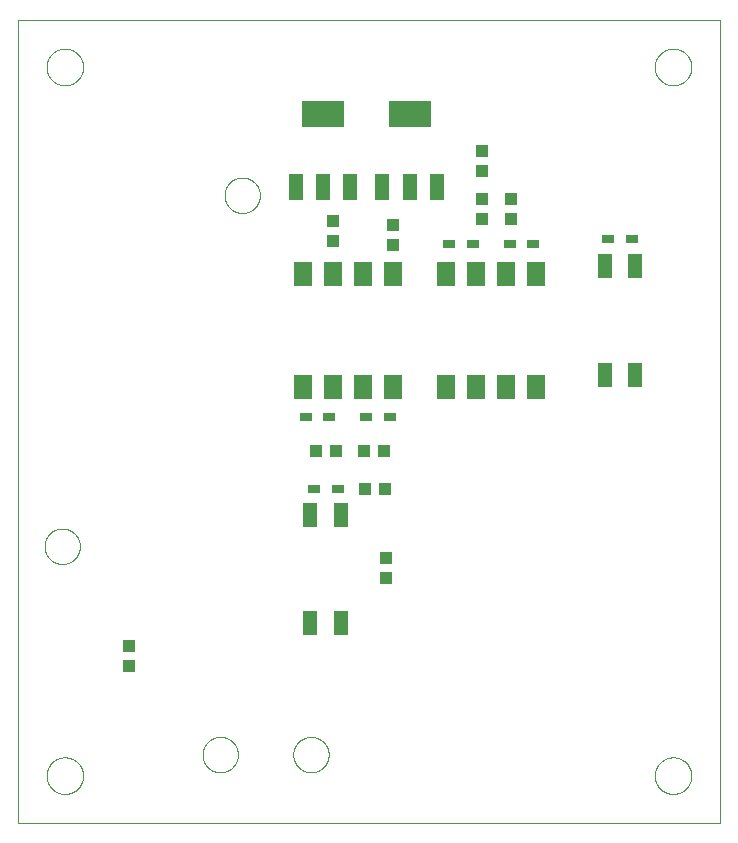
<source format=gtp>
G75*
%MOIN*%
%OFA0B0*%
%FSLAX25Y25*%
%IPPOS*%
%LPD*%
%AMOC8*
5,1,8,0,0,1.08239X$1,22.5*
%
%ADD10C,0.00000*%
%ADD11R,0.03937X0.03150*%
%ADD12R,0.04800X0.08800*%
%ADD13R,0.14173X0.08661*%
%ADD14R,0.05118X0.07874*%
%ADD15R,0.04331X0.03937*%
%ADD16R,0.06299X0.07874*%
%ADD17R,0.03937X0.04331*%
D10*
X0001500Y0001500D02*
X0001500Y0269217D01*
X0235752Y0269217D01*
X0235752Y0001500D01*
X0001500Y0001500D01*
X0011146Y0017248D02*
X0011148Y0017404D01*
X0011154Y0017560D01*
X0011164Y0017715D01*
X0011178Y0017870D01*
X0011196Y0018025D01*
X0011218Y0018179D01*
X0011243Y0018333D01*
X0011273Y0018486D01*
X0011307Y0018638D01*
X0011344Y0018790D01*
X0011385Y0018940D01*
X0011430Y0019089D01*
X0011479Y0019237D01*
X0011532Y0019384D01*
X0011588Y0019529D01*
X0011648Y0019673D01*
X0011712Y0019815D01*
X0011780Y0019956D01*
X0011851Y0020094D01*
X0011925Y0020231D01*
X0012003Y0020366D01*
X0012084Y0020499D01*
X0012169Y0020630D01*
X0012257Y0020759D01*
X0012348Y0020885D01*
X0012443Y0021009D01*
X0012540Y0021130D01*
X0012641Y0021249D01*
X0012745Y0021366D01*
X0012851Y0021479D01*
X0012961Y0021590D01*
X0013073Y0021698D01*
X0013188Y0021803D01*
X0013306Y0021906D01*
X0013426Y0022005D01*
X0013549Y0022101D01*
X0013674Y0022194D01*
X0013801Y0022283D01*
X0013931Y0022370D01*
X0014063Y0022453D01*
X0014197Y0022532D01*
X0014333Y0022609D01*
X0014471Y0022681D01*
X0014610Y0022751D01*
X0014752Y0022816D01*
X0014895Y0022878D01*
X0015039Y0022936D01*
X0015185Y0022991D01*
X0015333Y0023042D01*
X0015481Y0023089D01*
X0015631Y0023132D01*
X0015782Y0023171D01*
X0015934Y0023207D01*
X0016086Y0023238D01*
X0016240Y0023266D01*
X0016394Y0023290D01*
X0016548Y0023310D01*
X0016703Y0023326D01*
X0016859Y0023338D01*
X0017014Y0023346D01*
X0017170Y0023350D01*
X0017326Y0023350D01*
X0017482Y0023346D01*
X0017637Y0023338D01*
X0017793Y0023326D01*
X0017948Y0023310D01*
X0018102Y0023290D01*
X0018256Y0023266D01*
X0018410Y0023238D01*
X0018562Y0023207D01*
X0018714Y0023171D01*
X0018865Y0023132D01*
X0019015Y0023089D01*
X0019163Y0023042D01*
X0019311Y0022991D01*
X0019457Y0022936D01*
X0019601Y0022878D01*
X0019744Y0022816D01*
X0019886Y0022751D01*
X0020025Y0022681D01*
X0020163Y0022609D01*
X0020299Y0022532D01*
X0020433Y0022453D01*
X0020565Y0022370D01*
X0020695Y0022283D01*
X0020822Y0022194D01*
X0020947Y0022101D01*
X0021070Y0022005D01*
X0021190Y0021906D01*
X0021308Y0021803D01*
X0021423Y0021698D01*
X0021535Y0021590D01*
X0021645Y0021479D01*
X0021751Y0021366D01*
X0021855Y0021249D01*
X0021956Y0021130D01*
X0022053Y0021009D01*
X0022148Y0020885D01*
X0022239Y0020759D01*
X0022327Y0020630D01*
X0022412Y0020499D01*
X0022493Y0020366D01*
X0022571Y0020231D01*
X0022645Y0020094D01*
X0022716Y0019956D01*
X0022784Y0019815D01*
X0022848Y0019673D01*
X0022908Y0019529D01*
X0022964Y0019384D01*
X0023017Y0019237D01*
X0023066Y0019089D01*
X0023111Y0018940D01*
X0023152Y0018790D01*
X0023189Y0018638D01*
X0023223Y0018486D01*
X0023253Y0018333D01*
X0023278Y0018179D01*
X0023300Y0018025D01*
X0023318Y0017870D01*
X0023332Y0017715D01*
X0023342Y0017560D01*
X0023348Y0017404D01*
X0023350Y0017248D01*
X0023348Y0017092D01*
X0023342Y0016936D01*
X0023332Y0016781D01*
X0023318Y0016626D01*
X0023300Y0016471D01*
X0023278Y0016317D01*
X0023253Y0016163D01*
X0023223Y0016010D01*
X0023189Y0015858D01*
X0023152Y0015706D01*
X0023111Y0015556D01*
X0023066Y0015407D01*
X0023017Y0015259D01*
X0022964Y0015112D01*
X0022908Y0014967D01*
X0022848Y0014823D01*
X0022784Y0014681D01*
X0022716Y0014540D01*
X0022645Y0014402D01*
X0022571Y0014265D01*
X0022493Y0014130D01*
X0022412Y0013997D01*
X0022327Y0013866D01*
X0022239Y0013737D01*
X0022148Y0013611D01*
X0022053Y0013487D01*
X0021956Y0013366D01*
X0021855Y0013247D01*
X0021751Y0013130D01*
X0021645Y0013017D01*
X0021535Y0012906D01*
X0021423Y0012798D01*
X0021308Y0012693D01*
X0021190Y0012590D01*
X0021070Y0012491D01*
X0020947Y0012395D01*
X0020822Y0012302D01*
X0020695Y0012213D01*
X0020565Y0012126D01*
X0020433Y0012043D01*
X0020299Y0011964D01*
X0020163Y0011887D01*
X0020025Y0011815D01*
X0019886Y0011745D01*
X0019744Y0011680D01*
X0019601Y0011618D01*
X0019457Y0011560D01*
X0019311Y0011505D01*
X0019163Y0011454D01*
X0019015Y0011407D01*
X0018865Y0011364D01*
X0018714Y0011325D01*
X0018562Y0011289D01*
X0018410Y0011258D01*
X0018256Y0011230D01*
X0018102Y0011206D01*
X0017948Y0011186D01*
X0017793Y0011170D01*
X0017637Y0011158D01*
X0017482Y0011150D01*
X0017326Y0011146D01*
X0017170Y0011146D01*
X0017014Y0011150D01*
X0016859Y0011158D01*
X0016703Y0011170D01*
X0016548Y0011186D01*
X0016394Y0011206D01*
X0016240Y0011230D01*
X0016086Y0011258D01*
X0015934Y0011289D01*
X0015782Y0011325D01*
X0015631Y0011364D01*
X0015481Y0011407D01*
X0015333Y0011454D01*
X0015185Y0011505D01*
X0015039Y0011560D01*
X0014895Y0011618D01*
X0014752Y0011680D01*
X0014610Y0011745D01*
X0014471Y0011815D01*
X0014333Y0011887D01*
X0014197Y0011964D01*
X0014063Y0012043D01*
X0013931Y0012126D01*
X0013801Y0012213D01*
X0013674Y0012302D01*
X0013549Y0012395D01*
X0013426Y0012491D01*
X0013306Y0012590D01*
X0013188Y0012693D01*
X0013073Y0012798D01*
X0012961Y0012906D01*
X0012851Y0013017D01*
X0012745Y0013130D01*
X0012641Y0013247D01*
X0012540Y0013366D01*
X0012443Y0013487D01*
X0012348Y0013611D01*
X0012257Y0013737D01*
X0012169Y0013866D01*
X0012084Y0013997D01*
X0012003Y0014130D01*
X0011925Y0014265D01*
X0011851Y0014402D01*
X0011780Y0014540D01*
X0011712Y0014681D01*
X0011648Y0014823D01*
X0011588Y0014967D01*
X0011532Y0015112D01*
X0011479Y0015259D01*
X0011430Y0015407D01*
X0011385Y0015556D01*
X0011344Y0015706D01*
X0011307Y0015858D01*
X0011273Y0016010D01*
X0011243Y0016163D01*
X0011218Y0016317D01*
X0011196Y0016471D01*
X0011178Y0016626D01*
X0011164Y0016781D01*
X0011154Y0016936D01*
X0011148Y0017092D01*
X0011146Y0017248D01*
X0063153Y0024256D02*
X0063155Y0024409D01*
X0063161Y0024563D01*
X0063171Y0024716D01*
X0063185Y0024868D01*
X0063203Y0025021D01*
X0063225Y0025172D01*
X0063250Y0025323D01*
X0063280Y0025474D01*
X0063314Y0025624D01*
X0063351Y0025772D01*
X0063392Y0025920D01*
X0063437Y0026066D01*
X0063486Y0026212D01*
X0063539Y0026356D01*
X0063595Y0026498D01*
X0063655Y0026639D01*
X0063719Y0026779D01*
X0063786Y0026917D01*
X0063857Y0027053D01*
X0063932Y0027187D01*
X0064009Y0027319D01*
X0064091Y0027449D01*
X0064175Y0027577D01*
X0064263Y0027703D01*
X0064354Y0027826D01*
X0064448Y0027947D01*
X0064546Y0028065D01*
X0064646Y0028181D01*
X0064750Y0028294D01*
X0064856Y0028405D01*
X0064965Y0028513D01*
X0065077Y0028618D01*
X0065191Y0028719D01*
X0065309Y0028818D01*
X0065428Y0028914D01*
X0065550Y0029007D01*
X0065675Y0029096D01*
X0065802Y0029183D01*
X0065931Y0029265D01*
X0066062Y0029345D01*
X0066195Y0029421D01*
X0066330Y0029494D01*
X0066467Y0029563D01*
X0066606Y0029628D01*
X0066746Y0029690D01*
X0066888Y0029748D01*
X0067031Y0029803D01*
X0067176Y0029854D01*
X0067322Y0029901D01*
X0067469Y0029944D01*
X0067617Y0029983D01*
X0067766Y0030019D01*
X0067916Y0030050D01*
X0068067Y0030078D01*
X0068218Y0030102D01*
X0068371Y0030122D01*
X0068523Y0030138D01*
X0068676Y0030150D01*
X0068829Y0030158D01*
X0068982Y0030162D01*
X0069136Y0030162D01*
X0069289Y0030158D01*
X0069442Y0030150D01*
X0069595Y0030138D01*
X0069747Y0030122D01*
X0069900Y0030102D01*
X0070051Y0030078D01*
X0070202Y0030050D01*
X0070352Y0030019D01*
X0070501Y0029983D01*
X0070649Y0029944D01*
X0070796Y0029901D01*
X0070942Y0029854D01*
X0071087Y0029803D01*
X0071230Y0029748D01*
X0071372Y0029690D01*
X0071512Y0029628D01*
X0071651Y0029563D01*
X0071788Y0029494D01*
X0071923Y0029421D01*
X0072056Y0029345D01*
X0072187Y0029265D01*
X0072316Y0029183D01*
X0072443Y0029096D01*
X0072568Y0029007D01*
X0072690Y0028914D01*
X0072809Y0028818D01*
X0072927Y0028719D01*
X0073041Y0028618D01*
X0073153Y0028513D01*
X0073262Y0028405D01*
X0073368Y0028294D01*
X0073472Y0028181D01*
X0073572Y0028065D01*
X0073670Y0027947D01*
X0073764Y0027826D01*
X0073855Y0027703D01*
X0073943Y0027577D01*
X0074027Y0027449D01*
X0074109Y0027319D01*
X0074186Y0027187D01*
X0074261Y0027053D01*
X0074332Y0026917D01*
X0074399Y0026779D01*
X0074463Y0026639D01*
X0074523Y0026498D01*
X0074579Y0026356D01*
X0074632Y0026212D01*
X0074681Y0026066D01*
X0074726Y0025920D01*
X0074767Y0025772D01*
X0074804Y0025624D01*
X0074838Y0025474D01*
X0074868Y0025323D01*
X0074893Y0025172D01*
X0074915Y0025021D01*
X0074933Y0024868D01*
X0074947Y0024716D01*
X0074957Y0024563D01*
X0074963Y0024409D01*
X0074965Y0024256D01*
X0074963Y0024103D01*
X0074957Y0023949D01*
X0074947Y0023796D01*
X0074933Y0023644D01*
X0074915Y0023491D01*
X0074893Y0023340D01*
X0074868Y0023189D01*
X0074838Y0023038D01*
X0074804Y0022888D01*
X0074767Y0022740D01*
X0074726Y0022592D01*
X0074681Y0022446D01*
X0074632Y0022300D01*
X0074579Y0022156D01*
X0074523Y0022014D01*
X0074463Y0021873D01*
X0074399Y0021733D01*
X0074332Y0021595D01*
X0074261Y0021459D01*
X0074186Y0021325D01*
X0074109Y0021193D01*
X0074027Y0021063D01*
X0073943Y0020935D01*
X0073855Y0020809D01*
X0073764Y0020686D01*
X0073670Y0020565D01*
X0073572Y0020447D01*
X0073472Y0020331D01*
X0073368Y0020218D01*
X0073262Y0020107D01*
X0073153Y0019999D01*
X0073041Y0019894D01*
X0072927Y0019793D01*
X0072809Y0019694D01*
X0072690Y0019598D01*
X0072568Y0019505D01*
X0072443Y0019416D01*
X0072316Y0019329D01*
X0072187Y0019247D01*
X0072056Y0019167D01*
X0071923Y0019091D01*
X0071788Y0019018D01*
X0071651Y0018949D01*
X0071512Y0018884D01*
X0071372Y0018822D01*
X0071230Y0018764D01*
X0071087Y0018709D01*
X0070942Y0018658D01*
X0070796Y0018611D01*
X0070649Y0018568D01*
X0070501Y0018529D01*
X0070352Y0018493D01*
X0070202Y0018462D01*
X0070051Y0018434D01*
X0069900Y0018410D01*
X0069747Y0018390D01*
X0069595Y0018374D01*
X0069442Y0018362D01*
X0069289Y0018354D01*
X0069136Y0018350D01*
X0068982Y0018350D01*
X0068829Y0018354D01*
X0068676Y0018362D01*
X0068523Y0018374D01*
X0068371Y0018390D01*
X0068218Y0018410D01*
X0068067Y0018434D01*
X0067916Y0018462D01*
X0067766Y0018493D01*
X0067617Y0018529D01*
X0067469Y0018568D01*
X0067322Y0018611D01*
X0067176Y0018658D01*
X0067031Y0018709D01*
X0066888Y0018764D01*
X0066746Y0018822D01*
X0066606Y0018884D01*
X0066467Y0018949D01*
X0066330Y0019018D01*
X0066195Y0019091D01*
X0066062Y0019167D01*
X0065931Y0019247D01*
X0065802Y0019329D01*
X0065675Y0019416D01*
X0065550Y0019505D01*
X0065428Y0019598D01*
X0065309Y0019694D01*
X0065191Y0019793D01*
X0065077Y0019894D01*
X0064965Y0019999D01*
X0064856Y0020107D01*
X0064750Y0020218D01*
X0064646Y0020331D01*
X0064546Y0020447D01*
X0064448Y0020565D01*
X0064354Y0020686D01*
X0064263Y0020809D01*
X0064175Y0020935D01*
X0064091Y0021063D01*
X0064009Y0021193D01*
X0063932Y0021325D01*
X0063857Y0021459D01*
X0063786Y0021595D01*
X0063719Y0021733D01*
X0063655Y0021873D01*
X0063595Y0022014D01*
X0063539Y0022156D01*
X0063486Y0022300D01*
X0063437Y0022446D01*
X0063392Y0022592D01*
X0063351Y0022740D01*
X0063314Y0022888D01*
X0063280Y0023038D01*
X0063250Y0023189D01*
X0063225Y0023340D01*
X0063203Y0023491D01*
X0063185Y0023644D01*
X0063171Y0023796D01*
X0063161Y0023949D01*
X0063155Y0024103D01*
X0063153Y0024256D01*
X0093389Y0024256D02*
X0093391Y0024409D01*
X0093397Y0024563D01*
X0093407Y0024716D01*
X0093421Y0024868D01*
X0093439Y0025021D01*
X0093461Y0025172D01*
X0093486Y0025323D01*
X0093516Y0025474D01*
X0093550Y0025624D01*
X0093587Y0025772D01*
X0093628Y0025920D01*
X0093673Y0026066D01*
X0093722Y0026212D01*
X0093775Y0026356D01*
X0093831Y0026498D01*
X0093891Y0026639D01*
X0093955Y0026779D01*
X0094022Y0026917D01*
X0094093Y0027053D01*
X0094168Y0027187D01*
X0094245Y0027319D01*
X0094327Y0027449D01*
X0094411Y0027577D01*
X0094499Y0027703D01*
X0094590Y0027826D01*
X0094684Y0027947D01*
X0094782Y0028065D01*
X0094882Y0028181D01*
X0094986Y0028294D01*
X0095092Y0028405D01*
X0095201Y0028513D01*
X0095313Y0028618D01*
X0095427Y0028719D01*
X0095545Y0028818D01*
X0095664Y0028914D01*
X0095786Y0029007D01*
X0095911Y0029096D01*
X0096038Y0029183D01*
X0096167Y0029265D01*
X0096298Y0029345D01*
X0096431Y0029421D01*
X0096566Y0029494D01*
X0096703Y0029563D01*
X0096842Y0029628D01*
X0096982Y0029690D01*
X0097124Y0029748D01*
X0097267Y0029803D01*
X0097412Y0029854D01*
X0097558Y0029901D01*
X0097705Y0029944D01*
X0097853Y0029983D01*
X0098002Y0030019D01*
X0098152Y0030050D01*
X0098303Y0030078D01*
X0098454Y0030102D01*
X0098607Y0030122D01*
X0098759Y0030138D01*
X0098912Y0030150D01*
X0099065Y0030158D01*
X0099218Y0030162D01*
X0099372Y0030162D01*
X0099525Y0030158D01*
X0099678Y0030150D01*
X0099831Y0030138D01*
X0099983Y0030122D01*
X0100136Y0030102D01*
X0100287Y0030078D01*
X0100438Y0030050D01*
X0100588Y0030019D01*
X0100737Y0029983D01*
X0100885Y0029944D01*
X0101032Y0029901D01*
X0101178Y0029854D01*
X0101323Y0029803D01*
X0101466Y0029748D01*
X0101608Y0029690D01*
X0101748Y0029628D01*
X0101887Y0029563D01*
X0102024Y0029494D01*
X0102159Y0029421D01*
X0102292Y0029345D01*
X0102423Y0029265D01*
X0102552Y0029183D01*
X0102679Y0029096D01*
X0102804Y0029007D01*
X0102926Y0028914D01*
X0103045Y0028818D01*
X0103163Y0028719D01*
X0103277Y0028618D01*
X0103389Y0028513D01*
X0103498Y0028405D01*
X0103604Y0028294D01*
X0103708Y0028181D01*
X0103808Y0028065D01*
X0103906Y0027947D01*
X0104000Y0027826D01*
X0104091Y0027703D01*
X0104179Y0027577D01*
X0104263Y0027449D01*
X0104345Y0027319D01*
X0104422Y0027187D01*
X0104497Y0027053D01*
X0104568Y0026917D01*
X0104635Y0026779D01*
X0104699Y0026639D01*
X0104759Y0026498D01*
X0104815Y0026356D01*
X0104868Y0026212D01*
X0104917Y0026066D01*
X0104962Y0025920D01*
X0105003Y0025772D01*
X0105040Y0025624D01*
X0105074Y0025474D01*
X0105104Y0025323D01*
X0105129Y0025172D01*
X0105151Y0025021D01*
X0105169Y0024868D01*
X0105183Y0024716D01*
X0105193Y0024563D01*
X0105199Y0024409D01*
X0105201Y0024256D01*
X0105199Y0024103D01*
X0105193Y0023949D01*
X0105183Y0023796D01*
X0105169Y0023644D01*
X0105151Y0023491D01*
X0105129Y0023340D01*
X0105104Y0023189D01*
X0105074Y0023038D01*
X0105040Y0022888D01*
X0105003Y0022740D01*
X0104962Y0022592D01*
X0104917Y0022446D01*
X0104868Y0022300D01*
X0104815Y0022156D01*
X0104759Y0022014D01*
X0104699Y0021873D01*
X0104635Y0021733D01*
X0104568Y0021595D01*
X0104497Y0021459D01*
X0104422Y0021325D01*
X0104345Y0021193D01*
X0104263Y0021063D01*
X0104179Y0020935D01*
X0104091Y0020809D01*
X0104000Y0020686D01*
X0103906Y0020565D01*
X0103808Y0020447D01*
X0103708Y0020331D01*
X0103604Y0020218D01*
X0103498Y0020107D01*
X0103389Y0019999D01*
X0103277Y0019894D01*
X0103163Y0019793D01*
X0103045Y0019694D01*
X0102926Y0019598D01*
X0102804Y0019505D01*
X0102679Y0019416D01*
X0102552Y0019329D01*
X0102423Y0019247D01*
X0102292Y0019167D01*
X0102159Y0019091D01*
X0102024Y0019018D01*
X0101887Y0018949D01*
X0101748Y0018884D01*
X0101608Y0018822D01*
X0101466Y0018764D01*
X0101323Y0018709D01*
X0101178Y0018658D01*
X0101032Y0018611D01*
X0100885Y0018568D01*
X0100737Y0018529D01*
X0100588Y0018493D01*
X0100438Y0018462D01*
X0100287Y0018434D01*
X0100136Y0018410D01*
X0099983Y0018390D01*
X0099831Y0018374D01*
X0099678Y0018362D01*
X0099525Y0018354D01*
X0099372Y0018350D01*
X0099218Y0018350D01*
X0099065Y0018354D01*
X0098912Y0018362D01*
X0098759Y0018374D01*
X0098607Y0018390D01*
X0098454Y0018410D01*
X0098303Y0018434D01*
X0098152Y0018462D01*
X0098002Y0018493D01*
X0097853Y0018529D01*
X0097705Y0018568D01*
X0097558Y0018611D01*
X0097412Y0018658D01*
X0097267Y0018709D01*
X0097124Y0018764D01*
X0096982Y0018822D01*
X0096842Y0018884D01*
X0096703Y0018949D01*
X0096566Y0019018D01*
X0096431Y0019091D01*
X0096298Y0019167D01*
X0096167Y0019247D01*
X0096038Y0019329D01*
X0095911Y0019416D01*
X0095786Y0019505D01*
X0095664Y0019598D01*
X0095545Y0019694D01*
X0095427Y0019793D01*
X0095313Y0019894D01*
X0095201Y0019999D01*
X0095092Y0020107D01*
X0094986Y0020218D01*
X0094882Y0020331D01*
X0094782Y0020447D01*
X0094684Y0020565D01*
X0094590Y0020686D01*
X0094499Y0020809D01*
X0094411Y0020935D01*
X0094327Y0021063D01*
X0094245Y0021193D01*
X0094168Y0021325D01*
X0094093Y0021459D01*
X0094022Y0021595D01*
X0093955Y0021733D01*
X0093891Y0021873D01*
X0093831Y0022014D01*
X0093775Y0022156D01*
X0093722Y0022300D01*
X0093673Y0022446D01*
X0093628Y0022592D01*
X0093587Y0022740D01*
X0093550Y0022888D01*
X0093516Y0023038D01*
X0093486Y0023189D01*
X0093461Y0023340D01*
X0093439Y0023491D01*
X0093421Y0023644D01*
X0093407Y0023796D01*
X0093397Y0023949D01*
X0093391Y0024103D01*
X0093389Y0024256D01*
X0010476Y0093713D02*
X0010478Y0093866D01*
X0010484Y0094020D01*
X0010494Y0094173D01*
X0010508Y0094325D01*
X0010526Y0094478D01*
X0010548Y0094629D01*
X0010573Y0094780D01*
X0010603Y0094931D01*
X0010637Y0095081D01*
X0010674Y0095229D01*
X0010715Y0095377D01*
X0010760Y0095523D01*
X0010809Y0095669D01*
X0010862Y0095813D01*
X0010918Y0095955D01*
X0010978Y0096096D01*
X0011042Y0096236D01*
X0011109Y0096374D01*
X0011180Y0096510D01*
X0011255Y0096644D01*
X0011332Y0096776D01*
X0011414Y0096906D01*
X0011498Y0097034D01*
X0011586Y0097160D01*
X0011677Y0097283D01*
X0011771Y0097404D01*
X0011869Y0097522D01*
X0011969Y0097638D01*
X0012073Y0097751D01*
X0012179Y0097862D01*
X0012288Y0097970D01*
X0012400Y0098075D01*
X0012514Y0098176D01*
X0012632Y0098275D01*
X0012751Y0098371D01*
X0012873Y0098464D01*
X0012998Y0098553D01*
X0013125Y0098640D01*
X0013254Y0098722D01*
X0013385Y0098802D01*
X0013518Y0098878D01*
X0013653Y0098951D01*
X0013790Y0099020D01*
X0013929Y0099085D01*
X0014069Y0099147D01*
X0014211Y0099205D01*
X0014354Y0099260D01*
X0014499Y0099311D01*
X0014645Y0099358D01*
X0014792Y0099401D01*
X0014940Y0099440D01*
X0015089Y0099476D01*
X0015239Y0099507D01*
X0015390Y0099535D01*
X0015541Y0099559D01*
X0015694Y0099579D01*
X0015846Y0099595D01*
X0015999Y0099607D01*
X0016152Y0099615D01*
X0016305Y0099619D01*
X0016459Y0099619D01*
X0016612Y0099615D01*
X0016765Y0099607D01*
X0016918Y0099595D01*
X0017070Y0099579D01*
X0017223Y0099559D01*
X0017374Y0099535D01*
X0017525Y0099507D01*
X0017675Y0099476D01*
X0017824Y0099440D01*
X0017972Y0099401D01*
X0018119Y0099358D01*
X0018265Y0099311D01*
X0018410Y0099260D01*
X0018553Y0099205D01*
X0018695Y0099147D01*
X0018835Y0099085D01*
X0018974Y0099020D01*
X0019111Y0098951D01*
X0019246Y0098878D01*
X0019379Y0098802D01*
X0019510Y0098722D01*
X0019639Y0098640D01*
X0019766Y0098553D01*
X0019891Y0098464D01*
X0020013Y0098371D01*
X0020132Y0098275D01*
X0020250Y0098176D01*
X0020364Y0098075D01*
X0020476Y0097970D01*
X0020585Y0097862D01*
X0020691Y0097751D01*
X0020795Y0097638D01*
X0020895Y0097522D01*
X0020993Y0097404D01*
X0021087Y0097283D01*
X0021178Y0097160D01*
X0021266Y0097034D01*
X0021350Y0096906D01*
X0021432Y0096776D01*
X0021509Y0096644D01*
X0021584Y0096510D01*
X0021655Y0096374D01*
X0021722Y0096236D01*
X0021786Y0096096D01*
X0021846Y0095955D01*
X0021902Y0095813D01*
X0021955Y0095669D01*
X0022004Y0095523D01*
X0022049Y0095377D01*
X0022090Y0095229D01*
X0022127Y0095081D01*
X0022161Y0094931D01*
X0022191Y0094780D01*
X0022216Y0094629D01*
X0022238Y0094478D01*
X0022256Y0094325D01*
X0022270Y0094173D01*
X0022280Y0094020D01*
X0022286Y0093866D01*
X0022288Y0093713D01*
X0022286Y0093560D01*
X0022280Y0093406D01*
X0022270Y0093253D01*
X0022256Y0093101D01*
X0022238Y0092948D01*
X0022216Y0092797D01*
X0022191Y0092646D01*
X0022161Y0092495D01*
X0022127Y0092345D01*
X0022090Y0092197D01*
X0022049Y0092049D01*
X0022004Y0091903D01*
X0021955Y0091757D01*
X0021902Y0091613D01*
X0021846Y0091471D01*
X0021786Y0091330D01*
X0021722Y0091190D01*
X0021655Y0091052D01*
X0021584Y0090916D01*
X0021509Y0090782D01*
X0021432Y0090650D01*
X0021350Y0090520D01*
X0021266Y0090392D01*
X0021178Y0090266D01*
X0021087Y0090143D01*
X0020993Y0090022D01*
X0020895Y0089904D01*
X0020795Y0089788D01*
X0020691Y0089675D01*
X0020585Y0089564D01*
X0020476Y0089456D01*
X0020364Y0089351D01*
X0020250Y0089250D01*
X0020132Y0089151D01*
X0020013Y0089055D01*
X0019891Y0088962D01*
X0019766Y0088873D01*
X0019639Y0088786D01*
X0019510Y0088704D01*
X0019379Y0088624D01*
X0019246Y0088548D01*
X0019111Y0088475D01*
X0018974Y0088406D01*
X0018835Y0088341D01*
X0018695Y0088279D01*
X0018553Y0088221D01*
X0018410Y0088166D01*
X0018265Y0088115D01*
X0018119Y0088068D01*
X0017972Y0088025D01*
X0017824Y0087986D01*
X0017675Y0087950D01*
X0017525Y0087919D01*
X0017374Y0087891D01*
X0017223Y0087867D01*
X0017070Y0087847D01*
X0016918Y0087831D01*
X0016765Y0087819D01*
X0016612Y0087811D01*
X0016459Y0087807D01*
X0016305Y0087807D01*
X0016152Y0087811D01*
X0015999Y0087819D01*
X0015846Y0087831D01*
X0015694Y0087847D01*
X0015541Y0087867D01*
X0015390Y0087891D01*
X0015239Y0087919D01*
X0015089Y0087950D01*
X0014940Y0087986D01*
X0014792Y0088025D01*
X0014645Y0088068D01*
X0014499Y0088115D01*
X0014354Y0088166D01*
X0014211Y0088221D01*
X0014069Y0088279D01*
X0013929Y0088341D01*
X0013790Y0088406D01*
X0013653Y0088475D01*
X0013518Y0088548D01*
X0013385Y0088624D01*
X0013254Y0088704D01*
X0013125Y0088786D01*
X0012998Y0088873D01*
X0012873Y0088962D01*
X0012751Y0089055D01*
X0012632Y0089151D01*
X0012514Y0089250D01*
X0012400Y0089351D01*
X0012288Y0089456D01*
X0012179Y0089564D01*
X0012073Y0089675D01*
X0011969Y0089788D01*
X0011869Y0089904D01*
X0011771Y0090022D01*
X0011677Y0090143D01*
X0011586Y0090266D01*
X0011498Y0090392D01*
X0011414Y0090520D01*
X0011332Y0090650D01*
X0011255Y0090782D01*
X0011180Y0090916D01*
X0011109Y0091052D01*
X0011042Y0091190D01*
X0010978Y0091330D01*
X0010918Y0091471D01*
X0010862Y0091613D01*
X0010809Y0091757D01*
X0010760Y0091903D01*
X0010715Y0092049D01*
X0010674Y0092197D01*
X0010637Y0092345D01*
X0010603Y0092495D01*
X0010573Y0092646D01*
X0010548Y0092797D01*
X0010526Y0092948D01*
X0010508Y0093101D01*
X0010494Y0093253D01*
X0010484Y0093406D01*
X0010478Y0093560D01*
X0010476Y0093713D01*
X0070476Y0210713D02*
X0070478Y0210866D01*
X0070484Y0211020D01*
X0070494Y0211173D01*
X0070508Y0211325D01*
X0070526Y0211478D01*
X0070548Y0211629D01*
X0070573Y0211780D01*
X0070603Y0211931D01*
X0070637Y0212081D01*
X0070674Y0212229D01*
X0070715Y0212377D01*
X0070760Y0212523D01*
X0070809Y0212669D01*
X0070862Y0212813D01*
X0070918Y0212955D01*
X0070978Y0213096D01*
X0071042Y0213236D01*
X0071109Y0213374D01*
X0071180Y0213510D01*
X0071255Y0213644D01*
X0071332Y0213776D01*
X0071414Y0213906D01*
X0071498Y0214034D01*
X0071586Y0214160D01*
X0071677Y0214283D01*
X0071771Y0214404D01*
X0071869Y0214522D01*
X0071969Y0214638D01*
X0072073Y0214751D01*
X0072179Y0214862D01*
X0072288Y0214970D01*
X0072400Y0215075D01*
X0072514Y0215176D01*
X0072632Y0215275D01*
X0072751Y0215371D01*
X0072873Y0215464D01*
X0072998Y0215553D01*
X0073125Y0215640D01*
X0073254Y0215722D01*
X0073385Y0215802D01*
X0073518Y0215878D01*
X0073653Y0215951D01*
X0073790Y0216020D01*
X0073929Y0216085D01*
X0074069Y0216147D01*
X0074211Y0216205D01*
X0074354Y0216260D01*
X0074499Y0216311D01*
X0074645Y0216358D01*
X0074792Y0216401D01*
X0074940Y0216440D01*
X0075089Y0216476D01*
X0075239Y0216507D01*
X0075390Y0216535D01*
X0075541Y0216559D01*
X0075694Y0216579D01*
X0075846Y0216595D01*
X0075999Y0216607D01*
X0076152Y0216615D01*
X0076305Y0216619D01*
X0076459Y0216619D01*
X0076612Y0216615D01*
X0076765Y0216607D01*
X0076918Y0216595D01*
X0077070Y0216579D01*
X0077223Y0216559D01*
X0077374Y0216535D01*
X0077525Y0216507D01*
X0077675Y0216476D01*
X0077824Y0216440D01*
X0077972Y0216401D01*
X0078119Y0216358D01*
X0078265Y0216311D01*
X0078410Y0216260D01*
X0078553Y0216205D01*
X0078695Y0216147D01*
X0078835Y0216085D01*
X0078974Y0216020D01*
X0079111Y0215951D01*
X0079246Y0215878D01*
X0079379Y0215802D01*
X0079510Y0215722D01*
X0079639Y0215640D01*
X0079766Y0215553D01*
X0079891Y0215464D01*
X0080013Y0215371D01*
X0080132Y0215275D01*
X0080250Y0215176D01*
X0080364Y0215075D01*
X0080476Y0214970D01*
X0080585Y0214862D01*
X0080691Y0214751D01*
X0080795Y0214638D01*
X0080895Y0214522D01*
X0080993Y0214404D01*
X0081087Y0214283D01*
X0081178Y0214160D01*
X0081266Y0214034D01*
X0081350Y0213906D01*
X0081432Y0213776D01*
X0081509Y0213644D01*
X0081584Y0213510D01*
X0081655Y0213374D01*
X0081722Y0213236D01*
X0081786Y0213096D01*
X0081846Y0212955D01*
X0081902Y0212813D01*
X0081955Y0212669D01*
X0082004Y0212523D01*
X0082049Y0212377D01*
X0082090Y0212229D01*
X0082127Y0212081D01*
X0082161Y0211931D01*
X0082191Y0211780D01*
X0082216Y0211629D01*
X0082238Y0211478D01*
X0082256Y0211325D01*
X0082270Y0211173D01*
X0082280Y0211020D01*
X0082286Y0210866D01*
X0082288Y0210713D01*
X0082286Y0210560D01*
X0082280Y0210406D01*
X0082270Y0210253D01*
X0082256Y0210101D01*
X0082238Y0209948D01*
X0082216Y0209797D01*
X0082191Y0209646D01*
X0082161Y0209495D01*
X0082127Y0209345D01*
X0082090Y0209197D01*
X0082049Y0209049D01*
X0082004Y0208903D01*
X0081955Y0208757D01*
X0081902Y0208613D01*
X0081846Y0208471D01*
X0081786Y0208330D01*
X0081722Y0208190D01*
X0081655Y0208052D01*
X0081584Y0207916D01*
X0081509Y0207782D01*
X0081432Y0207650D01*
X0081350Y0207520D01*
X0081266Y0207392D01*
X0081178Y0207266D01*
X0081087Y0207143D01*
X0080993Y0207022D01*
X0080895Y0206904D01*
X0080795Y0206788D01*
X0080691Y0206675D01*
X0080585Y0206564D01*
X0080476Y0206456D01*
X0080364Y0206351D01*
X0080250Y0206250D01*
X0080132Y0206151D01*
X0080013Y0206055D01*
X0079891Y0205962D01*
X0079766Y0205873D01*
X0079639Y0205786D01*
X0079510Y0205704D01*
X0079379Y0205624D01*
X0079246Y0205548D01*
X0079111Y0205475D01*
X0078974Y0205406D01*
X0078835Y0205341D01*
X0078695Y0205279D01*
X0078553Y0205221D01*
X0078410Y0205166D01*
X0078265Y0205115D01*
X0078119Y0205068D01*
X0077972Y0205025D01*
X0077824Y0204986D01*
X0077675Y0204950D01*
X0077525Y0204919D01*
X0077374Y0204891D01*
X0077223Y0204867D01*
X0077070Y0204847D01*
X0076918Y0204831D01*
X0076765Y0204819D01*
X0076612Y0204811D01*
X0076459Y0204807D01*
X0076305Y0204807D01*
X0076152Y0204811D01*
X0075999Y0204819D01*
X0075846Y0204831D01*
X0075694Y0204847D01*
X0075541Y0204867D01*
X0075390Y0204891D01*
X0075239Y0204919D01*
X0075089Y0204950D01*
X0074940Y0204986D01*
X0074792Y0205025D01*
X0074645Y0205068D01*
X0074499Y0205115D01*
X0074354Y0205166D01*
X0074211Y0205221D01*
X0074069Y0205279D01*
X0073929Y0205341D01*
X0073790Y0205406D01*
X0073653Y0205475D01*
X0073518Y0205548D01*
X0073385Y0205624D01*
X0073254Y0205704D01*
X0073125Y0205786D01*
X0072998Y0205873D01*
X0072873Y0205962D01*
X0072751Y0206055D01*
X0072632Y0206151D01*
X0072514Y0206250D01*
X0072400Y0206351D01*
X0072288Y0206456D01*
X0072179Y0206564D01*
X0072073Y0206675D01*
X0071969Y0206788D01*
X0071869Y0206904D01*
X0071771Y0207022D01*
X0071677Y0207143D01*
X0071586Y0207266D01*
X0071498Y0207392D01*
X0071414Y0207520D01*
X0071332Y0207650D01*
X0071255Y0207782D01*
X0071180Y0207916D01*
X0071109Y0208052D01*
X0071042Y0208190D01*
X0070978Y0208330D01*
X0070918Y0208471D01*
X0070862Y0208613D01*
X0070809Y0208757D01*
X0070760Y0208903D01*
X0070715Y0209049D01*
X0070674Y0209197D01*
X0070637Y0209345D01*
X0070603Y0209495D01*
X0070573Y0209646D01*
X0070548Y0209797D01*
X0070526Y0209948D01*
X0070508Y0210101D01*
X0070494Y0210253D01*
X0070484Y0210406D01*
X0070478Y0210560D01*
X0070476Y0210713D01*
X0011146Y0253469D02*
X0011148Y0253625D01*
X0011154Y0253781D01*
X0011164Y0253936D01*
X0011178Y0254091D01*
X0011196Y0254246D01*
X0011218Y0254400D01*
X0011243Y0254554D01*
X0011273Y0254707D01*
X0011307Y0254859D01*
X0011344Y0255011D01*
X0011385Y0255161D01*
X0011430Y0255310D01*
X0011479Y0255458D01*
X0011532Y0255605D01*
X0011588Y0255750D01*
X0011648Y0255894D01*
X0011712Y0256036D01*
X0011780Y0256177D01*
X0011851Y0256315D01*
X0011925Y0256452D01*
X0012003Y0256587D01*
X0012084Y0256720D01*
X0012169Y0256851D01*
X0012257Y0256980D01*
X0012348Y0257106D01*
X0012443Y0257230D01*
X0012540Y0257351D01*
X0012641Y0257470D01*
X0012745Y0257587D01*
X0012851Y0257700D01*
X0012961Y0257811D01*
X0013073Y0257919D01*
X0013188Y0258024D01*
X0013306Y0258127D01*
X0013426Y0258226D01*
X0013549Y0258322D01*
X0013674Y0258415D01*
X0013801Y0258504D01*
X0013931Y0258591D01*
X0014063Y0258674D01*
X0014197Y0258753D01*
X0014333Y0258830D01*
X0014471Y0258902D01*
X0014610Y0258972D01*
X0014752Y0259037D01*
X0014895Y0259099D01*
X0015039Y0259157D01*
X0015185Y0259212D01*
X0015333Y0259263D01*
X0015481Y0259310D01*
X0015631Y0259353D01*
X0015782Y0259392D01*
X0015934Y0259428D01*
X0016086Y0259459D01*
X0016240Y0259487D01*
X0016394Y0259511D01*
X0016548Y0259531D01*
X0016703Y0259547D01*
X0016859Y0259559D01*
X0017014Y0259567D01*
X0017170Y0259571D01*
X0017326Y0259571D01*
X0017482Y0259567D01*
X0017637Y0259559D01*
X0017793Y0259547D01*
X0017948Y0259531D01*
X0018102Y0259511D01*
X0018256Y0259487D01*
X0018410Y0259459D01*
X0018562Y0259428D01*
X0018714Y0259392D01*
X0018865Y0259353D01*
X0019015Y0259310D01*
X0019163Y0259263D01*
X0019311Y0259212D01*
X0019457Y0259157D01*
X0019601Y0259099D01*
X0019744Y0259037D01*
X0019886Y0258972D01*
X0020025Y0258902D01*
X0020163Y0258830D01*
X0020299Y0258753D01*
X0020433Y0258674D01*
X0020565Y0258591D01*
X0020695Y0258504D01*
X0020822Y0258415D01*
X0020947Y0258322D01*
X0021070Y0258226D01*
X0021190Y0258127D01*
X0021308Y0258024D01*
X0021423Y0257919D01*
X0021535Y0257811D01*
X0021645Y0257700D01*
X0021751Y0257587D01*
X0021855Y0257470D01*
X0021956Y0257351D01*
X0022053Y0257230D01*
X0022148Y0257106D01*
X0022239Y0256980D01*
X0022327Y0256851D01*
X0022412Y0256720D01*
X0022493Y0256587D01*
X0022571Y0256452D01*
X0022645Y0256315D01*
X0022716Y0256177D01*
X0022784Y0256036D01*
X0022848Y0255894D01*
X0022908Y0255750D01*
X0022964Y0255605D01*
X0023017Y0255458D01*
X0023066Y0255310D01*
X0023111Y0255161D01*
X0023152Y0255011D01*
X0023189Y0254859D01*
X0023223Y0254707D01*
X0023253Y0254554D01*
X0023278Y0254400D01*
X0023300Y0254246D01*
X0023318Y0254091D01*
X0023332Y0253936D01*
X0023342Y0253781D01*
X0023348Y0253625D01*
X0023350Y0253469D01*
X0023348Y0253313D01*
X0023342Y0253157D01*
X0023332Y0253002D01*
X0023318Y0252847D01*
X0023300Y0252692D01*
X0023278Y0252538D01*
X0023253Y0252384D01*
X0023223Y0252231D01*
X0023189Y0252079D01*
X0023152Y0251927D01*
X0023111Y0251777D01*
X0023066Y0251628D01*
X0023017Y0251480D01*
X0022964Y0251333D01*
X0022908Y0251188D01*
X0022848Y0251044D01*
X0022784Y0250902D01*
X0022716Y0250761D01*
X0022645Y0250623D01*
X0022571Y0250486D01*
X0022493Y0250351D01*
X0022412Y0250218D01*
X0022327Y0250087D01*
X0022239Y0249958D01*
X0022148Y0249832D01*
X0022053Y0249708D01*
X0021956Y0249587D01*
X0021855Y0249468D01*
X0021751Y0249351D01*
X0021645Y0249238D01*
X0021535Y0249127D01*
X0021423Y0249019D01*
X0021308Y0248914D01*
X0021190Y0248811D01*
X0021070Y0248712D01*
X0020947Y0248616D01*
X0020822Y0248523D01*
X0020695Y0248434D01*
X0020565Y0248347D01*
X0020433Y0248264D01*
X0020299Y0248185D01*
X0020163Y0248108D01*
X0020025Y0248036D01*
X0019886Y0247966D01*
X0019744Y0247901D01*
X0019601Y0247839D01*
X0019457Y0247781D01*
X0019311Y0247726D01*
X0019163Y0247675D01*
X0019015Y0247628D01*
X0018865Y0247585D01*
X0018714Y0247546D01*
X0018562Y0247510D01*
X0018410Y0247479D01*
X0018256Y0247451D01*
X0018102Y0247427D01*
X0017948Y0247407D01*
X0017793Y0247391D01*
X0017637Y0247379D01*
X0017482Y0247371D01*
X0017326Y0247367D01*
X0017170Y0247367D01*
X0017014Y0247371D01*
X0016859Y0247379D01*
X0016703Y0247391D01*
X0016548Y0247407D01*
X0016394Y0247427D01*
X0016240Y0247451D01*
X0016086Y0247479D01*
X0015934Y0247510D01*
X0015782Y0247546D01*
X0015631Y0247585D01*
X0015481Y0247628D01*
X0015333Y0247675D01*
X0015185Y0247726D01*
X0015039Y0247781D01*
X0014895Y0247839D01*
X0014752Y0247901D01*
X0014610Y0247966D01*
X0014471Y0248036D01*
X0014333Y0248108D01*
X0014197Y0248185D01*
X0014063Y0248264D01*
X0013931Y0248347D01*
X0013801Y0248434D01*
X0013674Y0248523D01*
X0013549Y0248616D01*
X0013426Y0248712D01*
X0013306Y0248811D01*
X0013188Y0248914D01*
X0013073Y0249019D01*
X0012961Y0249127D01*
X0012851Y0249238D01*
X0012745Y0249351D01*
X0012641Y0249468D01*
X0012540Y0249587D01*
X0012443Y0249708D01*
X0012348Y0249832D01*
X0012257Y0249958D01*
X0012169Y0250087D01*
X0012084Y0250218D01*
X0012003Y0250351D01*
X0011925Y0250486D01*
X0011851Y0250623D01*
X0011780Y0250761D01*
X0011712Y0250902D01*
X0011648Y0251044D01*
X0011588Y0251188D01*
X0011532Y0251333D01*
X0011479Y0251480D01*
X0011430Y0251628D01*
X0011385Y0251777D01*
X0011344Y0251927D01*
X0011307Y0252079D01*
X0011273Y0252231D01*
X0011243Y0252384D01*
X0011218Y0252538D01*
X0011196Y0252692D01*
X0011178Y0252847D01*
X0011164Y0253002D01*
X0011154Y0253157D01*
X0011148Y0253313D01*
X0011146Y0253469D01*
X0213902Y0253469D02*
X0213904Y0253625D01*
X0213910Y0253781D01*
X0213920Y0253936D01*
X0213934Y0254091D01*
X0213952Y0254246D01*
X0213974Y0254400D01*
X0213999Y0254554D01*
X0214029Y0254707D01*
X0214063Y0254859D01*
X0214100Y0255011D01*
X0214141Y0255161D01*
X0214186Y0255310D01*
X0214235Y0255458D01*
X0214288Y0255605D01*
X0214344Y0255750D01*
X0214404Y0255894D01*
X0214468Y0256036D01*
X0214536Y0256177D01*
X0214607Y0256315D01*
X0214681Y0256452D01*
X0214759Y0256587D01*
X0214840Y0256720D01*
X0214925Y0256851D01*
X0215013Y0256980D01*
X0215104Y0257106D01*
X0215199Y0257230D01*
X0215296Y0257351D01*
X0215397Y0257470D01*
X0215501Y0257587D01*
X0215607Y0257700D01*
X0215717Y0257811D01*
X0215829Y0257919D01*
X0215944Y0258024D01*
X0216062Y0258127D01*
X0216182Y0258226D01*
X0216305Y0258322D01*
X0216430Y0258415D01*
X0216557Y0258504D01*
X0216687Y0258591D01*
X0216819Y0258674D01*
X0216953Y0258753D01*
X0217089Y0258830D01*
X0217227Y0258902D01*
X0217366Y0258972D01*
X0217508Y0259037D01*
X0217651Y0259099D01*
X0217795Y0259157D01*
X0217941Y0259212D01*
X0218089Y0259263D01*
X0218237Y0259310D01*
X0218387Y0259353D01*
X0218538Y0259392D01*
X0218690Y0259428D01*
X0218842Y0259459D01*
X0218996Y0259487D01*
X0219150Y0259511D01*
X0219304Y0259531D01*
X0219459Y0259547D01*
X0219615Y0259559D01*
X0219770Y0259567D01*
X0219926Y0259571D01*
X0220082Y0259571D01*
X0220238Y0259567D01*
X0220393Y0259559D01*
X0220549Y0259547D01*
X0220704Y0259531D01*
X0220858Y0259511D01*
X0221012Y0259487D01*
X0221166Y0259459D01*
X0221318Y0259428D01*
X0221470Y0259392D01*
X0221621Y0259353D01*
X0221771Y0259310D01*
X0221919Y0259263D01*
X0222067Y0259212D01*
X0222213Y0259157D01*
X0222357Y0259099D01*
X0222500Y0259037D01*
X0222642Y0258972D01*
X0222781Y0258902D01*
X0222919Y0258830D01*
X0223055Y0258753D01*
X0223189Y0258674D01*
X0223321Y0258591D01*
X0223451Y0258504D01*
X0223578Y0258415D01*
X0223703Y0258322D01*
X0223826Y0258226D01*
X0223946Y0258127D01*
X0224064Y0258024D01*
X0224179Y0257919D01*
X0224291Y0257811D01*
X0224401Y0257700D01*
X0224507Y0257587D01*
X0224611Y0257470D01*
X0224712Y0257351D01*
X0224809Y0257230D01*
X0224904Y0257106D01*
X0224995Y0256980D01*
X0225083Y0256851D01*
X0225168Y0256720D01*
X0225249Y0256587D01*
X0225327Y0256452D01*
X0225401Y0256315D01*
X0225472Y0256177D01*
X0225540Y0256036D01*
X0225604Y0255894D01*
X0225664Y0255750D01*
X0225720Y0255605D01*
X0225773Y0255458D01*
X0225822Y0255310D01*
X0225867Y0255161D01*
X0225908Y0255011D01*
X0225945Y0254859D01*
X0225979Y0254707D01*
X0226009Y0254554D01*
X0226034Y0254400D01*
X0226056Y0254246D01*
X0226074Y0254091D01*
X0226088Y0253936D01*
X0226098Y0253781D01*
X0226104Y0253625D01*
X0226106Y0253469D01*
X0226104Y0253313D01*
X0226098Y0253157D01*
X0226088Y0253002D01*
X0226074Y0252847D01*
X0226056Y0252692D01*
X0226034Y0252538D01*
X0226009Y0252384D01*
X0225979Y0252231D01*
X0225945Y0252079D01*
X0225908Y0251927D01*
X0225867Y0251777D01*
X0225822Y0251628D01*
X0225773Y0251480D01*
X0225720Y0251333D01*
X0225664Y0251188D01*
X0225604Y0251044D01*
X0225540Y0250902D01*
X0225472Y0250761D01*
X0225401Y0250623D01*
X0225327Y0250486D01*
X0225249Y0250351D01*
X0225168Y0250218D01*
X0225083Y0250087D01*
X0224995Y0249958D01*
X0224904Y0249832D01*
X0224809Y0249708D01*
X0224712Y0249587D01*
X0224611Y0249468D01*
X0224507Y0249351D01*
X0224401Y0249238D01*
X0224291Y0249127D01*
X0224179Y0249019D01*
X0224064Y0248914D01*
X0223946Y0248811D01*
X0223826Y0248712D01*
X0223703Y0248616D01*
X0223578Y0248523D01*
X0223451Y0248434D01*
X0223321Y0248347D01*
X0223189Y0248264D01*
X0223055Y0248185D01*
X0222919Y0248108D01*
X0222781Y0248036D01*
X0222642Y0247966D01*
X0222500Y0247901D01*
X0222357Y0247839D01*
X0222213Y0247781D01*
X0222067Y0247726D01*
X0221919Y0247675D01*
X0221771Y0247628D01*
X0221621Y0247585D01*
X0221470Y0247546D01*
X0221318Y0247510D01*
X0221166Y0247479D01*
X0221012Y0247451D01*
X0220858Y0247427D01*
X0220704Y0247407D01*
X0220549Y0247391D01*
X0220393Y0247379D01*
X0220238Y0247371D01*
X0220082Y0247367D01*
X0219926Y0247367D01*
X0219770Y0247371D01*
X0219615Y0247379D01*
X0219459Y0247391D01*
X0219304Y0247407D01*
X0219150Y0247427D01*
X0218996Y0247451D01*
X0218842Y0247479D01*
X0218690Y0247510D01*
X0218538Y0247546D01*
X0218387Y0247585D01*
X0218237Y0247628D01*
X0218089Y0247675D01*
X0217941Y0247726D01*
X0217795Y0247781D01*
X0217651Y0247839D01*
X0217508Y0247901D01*
X0217366Y0247966D01*
X0217227Y0248036D01*
X0217089Y0248108D01*
X0216953Y0248185D01*
X0216819Y0248264D01*
X0216687Y0248347D01*
X0216557Y0248434D01*
X0216430Y0248523D01*
X0216305Y0248616D01*
X0216182Y0248712D01*
X0216062Y0248811D01*
X0215944Y0248914D01*
X0215829Y0249019D01*
X0215717Y0249127D01*
X0215607Y0249238D01*
X0215501Y0249351D01*
X0215397Y0249468D01*
X0215296Y0249587D01*
X0215199Y0249708D01*
X0215104Y0249832D01*
X0215013Y0249958D01*
X0214925Y0250087D01*
X0214840Y0250218D01*
X0214759Y0250351D01*
X0214681Y0250486D01*
X0214607Y0250623D01*
X0214536Y0250761D01*
X0214468Y0250902D01*
X0214404Y0251044D01*
X0214344Y0251188D01*
X0214288Y0251333D01*
X0214235Y0251480D01*
X0214186Y0251628D01*
X0214141Y0251777D01*
X0214100Y0251927D01*
X0214063Y0252079D01*
X0214029Y0252231D01*
X0213999Y0252384D01*
X0213974Y0252538D01*
X0213952Y0252692D01*
X0213934Y0252847D01*
X0213920Y0253002D01*
X0213910Y0253157D01*
X0213904Y0253313D01*
X0213902Y0253469D01*
X0213902Y0017248D02*
X0213904Y0017404D01*
X0213910Y0017560D01*
X0213920Y0017715D01*
X0213934Y0017870D01*
X0213952Y0018025D01*
X0213974Y0018179D01*
X0213999Y0018333D01*
X0214029Y0018486D01*
X0214063Y0018638D01*
X0214100Y0018790D01*
X0214141Y0018940D01*
X0214186Y0019089D01*
X0214235Y0019237D01*
X0214288Y0019384D01*
X0214344Y0019529D01*
X0214404Y0019673D01*
X0214468Y0019815D01*
X0214536Y0019956D01*
X0214607Y0020094D01*
X0214681Y0020231D01*
X0214759Y0020366D01*
X0214840Y0020499D01*
X0214925Y0020630D01*
X0215013Y0020759D01*
X0215104Y0020885D01*
X0215199Y0021009D01*
X0215296Y0021130D01*
X0215397Y0021249D01*
X0215501Y0021366D01*
X0215607Y0021479D01*
X0215717Y0021590D01*
X0215829Y0021698D01*
X0215944Y0021803D01*
X0216062Y0021906D01*
X0216182Y0022005D01*
X0216305Y0022101D01*
X0216430Y0022194D01*
X0216557Y0022283D01*
X0216687Y0022370D01*
X0216819Y0022453D01*
X0216953Y0022532D01*
X0217089Y0022609D01*
X0217227Y0022681D01*
X0217366Y0022751D01*
X0217508Y0022816D01*
X0217651Y0022878D01*
X0217795Y0022936D01*
X0217941Y0022991D01*
X0218089Y0023042D01*
X0218237Y0023089D01*
X0218387Y0023132D01*
X0218538Y0023171D01*
X0218690Y0023207D01*
X0218842Y0023238D01*
X0218996Y0023266D01*
X0219150Y0023290D01*
X0219304Y0023310D01*
X0219459Y0023326D01*
X0219615Y0023338D01*
X0219770Y0023346D01*
X0219926Y0023350D01*
X0220082Y0023350D01*
X0220238Y0023346D01*
X0220393Y0023338D01*
X0220549Y0023326D01*
X0220704Y0023310D01*
X0220858Y0023290D01*
X0221012Y0023266D01*
X0221166Y0023238D01*
X0221318Y0023207D01*
X0221470Y0023171D01*
X0221621Y0023132D01*
X0221771Y0023089D01*
X0221919Y0023042D01*
X0222067Y0022991D01*
X0222213Y0022936D01*
X0222357Y0022878D01*
X0222500Y0022816D01*
X0222642Y0022751D01*
X0222781Y0022681D01*
X0222919Y0022609D01*
X0223055Y0022532D01*
X0223189Y0022453D01*
X0223321Y0022370D01*
X0223451Y0022283D01*
X0223578Y0022194D01*
X0223703Y0022101D01*
X0223826Y0022005D01*
X0223946Y0021906D01*
X0224064Y0021803D01*
X0224179Y0021698D01*
X0224291Y0021590D01*
X0224401Y0021479D01*
X0224507Y0021366D01*
X0224611Y0021249D01*
X0224712Y0021130D01*
X0224809Y0021009D01*
X0224904Y0020885D01*
X0224995Y0020759D01*
X0225083Y0020630D01*
X0225168Y0020499D01*
X0225249Y0020366D01*
X0225327Y0020231D01*
X0225401Y0020094D01*
X0225472Y0019956D01*
X0225540Y0019815D01*
X0225604Y0019673D01*
X0225664Y0019529D01*
X0225720Y0019384D01*
X0225773Y0019237D01*
X0225822Y0019089D01*
X0225867Y0018940D01*
X0225908Y0018790D01*
X0225945Y0018638D01*
X0225979Y0018486D01*
X0226009Y0018333D01*
X0226034Y0018179D01*
X0226056Y0018025D01*
X0226074Y0017870D01*
X0226088Y0017715D01*
X0226098Y0017560D01*
X0226104Y0017404D01*
X0226106Y0017248D01*
X0226104Y0017092D01*
X0226098Y0016936D01*
X0226088Y0016781D01*
X0226074Y0016626D01*
X0226056Y0016471D01*
X0226034Y0016317D01*
X0226009Y0016163D01*
X0225979Y0016010D01*
X0225945Y0015858D01*
X0225908Y0015706D01*
X0225867Y0015556D01*
X0225822Y0015407D01*
X0225773Y0015259D01*
X0225720Y0015112D01*
X0225664Y0014967D01*
X0225604Y0014823D01*
X0225540Y0014681D01*
X0225472Y0014540D01*
X0225401Y0014402D01*
X0225327Y0014265D01*
X0225249Y0014130D01*
X0225168Y0013997D01*
X0225083Y0013866D01*
X0224995Y0013737D01*
X0224904Y0013611D01*
X0224809Y0013487D01*
X0224712Y0013366D01*
X0224611Y0013247D01*
X0224507Y0013130D01*
X0224401Y0013017D01*
X0224291Y0012906D01*
X0224179Y0012798D01*
X0224064Y0012693D01*
X0223946Y0012590D01*
X0223826Y0012491D01*
X0223703Y0012395D01*
X0223578Y0012302D01*
X0223451Y0012213D01*
X0223321Y0012126D01*
X0223189Y0012043D01*
X0223055Y0011964D01*
X0222919Y0011887D01*
X0222781Y0011815D01*
X0222642Y0011745D01*
X0222500Y0011680D01*
X0222357Y0011618D01*
X0222213Y0011560D01*
X0222067Y0011505D01*
X0221919Y0011454D01*
X0221771Y0011407D01*
X0221621Y0011364D01*
X0221470Y0011325D01*
X0221318Y0011289D01*
X0221166Y0011258D01*
X0221012Y0011230D01*
X0220858Y0011206D01*
X0220704Y0011186D01*
X0220549Y0011170D01*
X0220393Y0011158D01*
X0220238Y0011150D01*
X0220082Y0011146D01*
X0219926Y0011146D01*
X0219770Y0011150D01*
X0219615Y0011158D01*
X0219459Y0011170D01*
X0219304Y0011186D01*
X0219150Y0011206D01*
X0218996Y0011230D01*
X0218842Y0011258D01*
X0218690Y0011289D01*
X0218538Y0011325D01*
X0218387Y0011364D01*
X0218237Y0011407D01*
X0218089Y0011454D01*
X0217941Y0011505D01*
X0217795Y0011560D01*
X0217651Y0011618D01*
X0217508Y0011680D01*
X0217366Y0011745D01*
X0217227Y0011815D01*
X0217089Y0011887D01*
X0216953Y0011964D01*
X0216819Y0012043D01*
X0216687Y0012126D01*
X0216557Y0012213D01*
X0216430Y0012302D01*
X0216305Y0012395D01*
X0216182Y0012491D01*
X0216062Y0012590D01*
X0215944Y0012693D01*
X0215829Y0012798D01*
X0215717Y0012906D01*
X0215607Y0013017D01*
X0215501Y0013130D01*
X0215397Y0013247D01*
X0215296Y0013366D01*
X0215199Y0013487D01*
X0215104Y0013611D01*
X0215013Y0013737D01*
X0214925Y0013866D01*
X0214840Y0013997D01*
X0214759Y0014130D01*
X0214681Y0014265D01*
X0214607Y0014402D01*
X0214536Y0014540D01*
X0214468Y0014681D01*
X0214404Y0014823D01*
X0214344Y0014967D01*
X0214288Y0015112D01*
X0214235Y0015259D01*
X0214186Y0015407D01*
X0214141Y0015556D01*
X0214100Y0015706D01*
X0214063Y0015858D01*
X0214029Y0016010D01*
X0213999Y0016163D01*
X0213974Y0016317D01*
X0213952Y0016471D01*
X0213934Y0016626D01*
X0213920Y0016781D01*
X0213910Y0016936D01*
X0213904Y0017092D01*
X0213902Y0017248D01*
D11*
X0125516Y0136933D03*
X0117642Y0136933D03*
X0105437Y0136933D03*
X0097563Y0136933D03*
X0100319Y0112917D03*
X0108193Y0112917D03*
X0145398Y0194413D03*
X0153272Y0194413D03*
X0165476Y0194413D03*
X0173350Y0194413D03*
X0198390Y0196303D03*
X0206264Y0196303D03*
D12*
X0141309Y0213513D03*
X0132209Y0213513D03*
X0123109Y0213513D03*
X0112372Y0213513D03*
X0103272Y0213513D03*
X0094172Y0213513D03*
D13*
X0103272Y0237913D03*
X0132209Y0237913D03*
D14*
X0197366Y0187130D03*
X0207406Y0187130D03*
X0207406Y0150909D03*
X0197366Y0150909D03*
X0109177Y0104256D03*
X0099138Y0104256D03*
X0099138Y0068035D03*
X0109177Y0068035D03*
D15*
X0124335Y0082996D03*
X0124335Y0089689D03*
X0038508Y0060358D03*
X0038508Y0053665D03*
X0126697Y0194217D03*
X0126697Y0200909D03*
X0106618Y0202287D03*
X0106618Y0195594D03*
X0156224Y0202878D03*
X0156224Y0209571D03*
X0156224Y0218823D03*
X0156224Y0225516D03*
X0165870Y0209571D03*
X0165870Y0202878D03*
D16*
X0164374Y0184453D03*
X0154374Y0184453D03*
X0144374Y0184453D03*
X0126736Y0184453D03*
X0116736Y0184453D03*
X0106736Y0184453D03*
X0096736Y0184453D03*
X0096736Y0146894D03*
X0106736Y0146894D03*
X0116736Y0146894D03*
X0126736Y0146894D03*
X0144374Y0146894D03*
X0154374Y0146894D03*
X0164374Y0146894D03*
X0174374Y0146894D03*
X0174374Y0184453D03*
D17*
X0123744Y0125516D03*
X0117051Y0125516D03*
X0107602Y0125516D03*
X0100909Y0125516D03*
X0117445Y0112917D03*
X0124138Y0112917D03*
M02*

</source>
